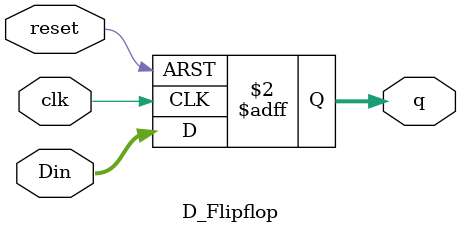
<source format=sv>
`timescale 1ns/1ns

module JKFlipflop(input logic [31:0] J, input logic [31:0] K,
                  input logic clk, input logic reset, output logic [31:0] q);
  logic [31:0] w;
  assign w=(J&~q)|(~K&q);
  D_Flipflop dff(w,clk,reset,q);
endmodule

module D_Flipflop(input logic [31:0] Din, input logic clk,
                  input logic reset, output logic [31:0] q);
    always_ff@(posedge clk or posedge reset) begin
      if(reset)
        q<='0;
      else
        q<=Din;
    end
endmodule

</source>
